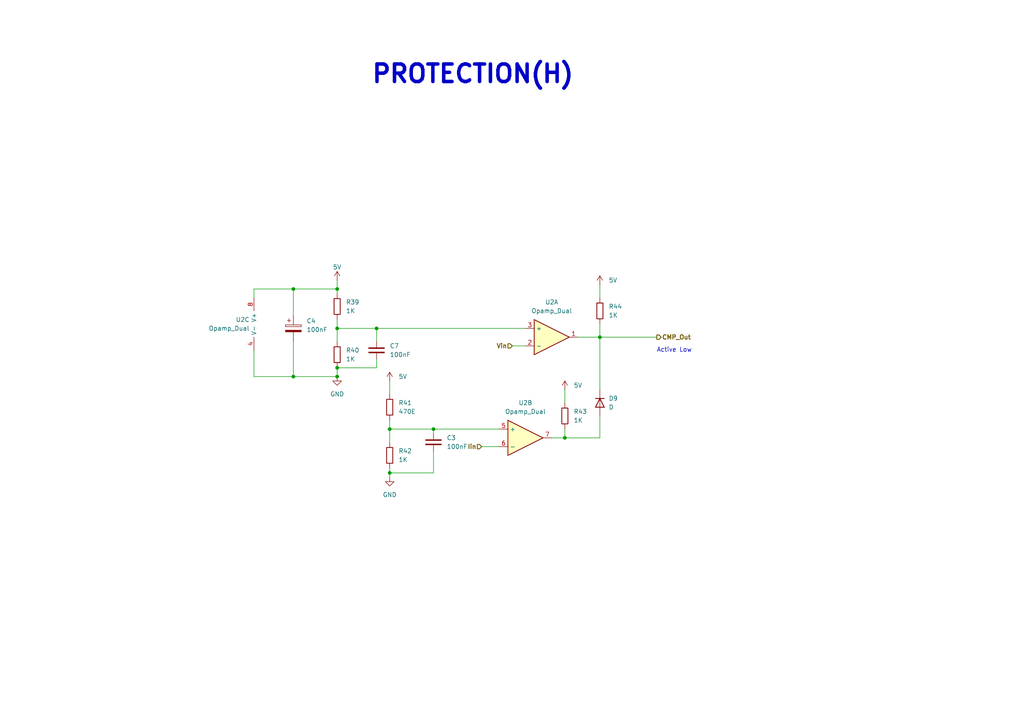
<source format=kicad_sch>
(kicad_sch (version 20231120) (generator "eeschema") (generator_version "8.0")
  (paper "A4")
  (lib_symbols
    (symbol "Device:D" (pin_numbers hide) (pin_names (offset 1.016) hide)
      (property "Reference" "D" (at 0 2.54 0))
      (property "Value" "D" (at 0 -2.54 0))
      (symbol "D_0_1"
        (polyline (pts (xy -1.27 1.27) (xy -1.27 -1.27)) (stroke (width 0.254)))
        (polyline (pts (xy 1.27 0) (xy -1.27 0)))
        (polyline (pts (xy 1.27 1.27) (xy 1.27 -1.27) (xy -1.27 0) (xy 1.27 1.27)) (stroke (width 0.254)))
      )
      (symbol "D_1_1"
        (pin passive line (at -3.81 0 0) (length 2.54) (name "K") (number "1"))
        (pin passive line (at 3.81 0 180) (length 2.54) (name "A") (number "2"))
      )
    )
    (symbol "Device:Opamp_Dual"
      (property "Reference" "U" (at 0 5.08 0))
      (property "Value" "Opamp_Dual" (at 0 -5.08 0))
      (symbol "Opamp_Dual_1_1"
        (polyline (pts (xy -5.08 5.08) (xy 5.08 0) (xy -5.08 -5.08) (xy -5.08 5.08)) (stroke (width 0.254)) (fill (type background)))
        (pin output line (at 7.62 0 180) (length 2.54) (name "~") (number "1"))
        (pin input line (at -7.62 -2.54 0) (length 2.54) (name "-") (number "2"))
        (pin input line (at -7.62 2.54 0) (length 2.54) (name "+") (number "3"))
      )
      (symbol "Opamp_Dual_2_1"
        (polyline (pts (xy -5.08 5.08) (xy 5.08 0) (xy -5.08 -5.08) (xy -5.08 5.08)) (stroke (width 0.254)) (fill (type background)))
        (pin input line (at -7.62 2.54 0) (length 2.54) (name "+") (number "5"))
        (pin input line (at -7.62 -2.54 0) (length 2.54) (name "-") (number "6"))
        (pin output line (at 7.62 0 180) (length 2.54) (name "~") (number "7"))
      )
      (symbol "Opamp_Dual_3_1"
        (pin power_in line (at -2.54 -7.62 90) (length 3.81) (name "V-") (number "4"))
        (pin power_in line (at -2.54 7.62 270) (length 3.81) (name "V+") (number "8"))
      )
    )
    (symbol "PCM_Capacitor_AKL:CP_Generic" (pin_numbers hide) (pin_names (offset 0.254))
      (property "Reference" "C" (at 0.635 2.54 0))
      (property "Value" "CP_Generic" (at 0.635 -2.54 0))
      (symbol "CP_Generic_0_1"
        (rectangle (start -2.286 0.508) (end 2.286 1.016))
        (polyline (pts (xy -1.778 2.286) (xy -0.762 2.286)))
        (polyline (pts (xy -1.27 2.794) (xy -1.27 1.778)))
        (rectangle (start 2.286 -0.508) (end -2.286 -1.016) (fill (type outline)))
      )
      (symbol "CP_Generic_1_1"
        (pin passive line (at 0 3.81 270) (length 2.794) (name "~") (number "1"))
        (pin passive line (at 0 -3.81 90) (length 2.794) (name "~") (number "2"))
      )
    )
    (symbol "PCM_SL_Devices:Capacitor_NP"
      (property "Reference" "C" (at 0 6.35 0))
      (property "Value" "Capacitor_NP" (at 0 3.81 0))
      (symbol "Capacitor_NP_0_1"
        (rectangle (start -0.762 2.286) (end -0.508 -2.286) (fill (type outline)))
        (rectangle (start 0.508 2.286) (end 0.762 -2.286) (fill (type outline)))
      )
      (symbol "Capacitor_NP_1_1"
        (pin passive line (at -2.54 0 0) (length 2) (name "~") (number "1"))
        (pin input line (at 2.54 0 180) (length 2) (name "~") (number "2"))
      )
    )
    (symbol "PCM_SL_Resistors:Resistor"
      (property "Reference" "R" (at 0 5.08 0))
      (property "Value" "Resistor" (at 0 2.54 0))
      (symbol "Resistor_0_1"
        (rectangle (start -2.286 0.889) (end 2.286 -0.889) (stroke (width 0.24)))
      )
      (symbol "Resistor_1_1"
        (pin passive line (at -3.81 0 0) (length 1.5) (name "") (number "1"))
        (pin passive line (at 3.81 0 180) (length 1.5) (name "~") (number "2"))
      )
    )
    (symbol "power:GND" (power) (pin_numbers hide) (pin_names (offset 0) hide)
      (property "Value" "GND" (at 0 -3.81 0))
      (symbol "GND_0_1"
        (polyline (pts (xy 0 0) (xy 0 -1.27) (xy 1.27 -1.27) (xy 0 -2.54) (xy -1.27 -1.27) (xy 0 -1.27)))
      )
      (symbol "GND_1_1"
        (pin power_in line (at 0 0 270) (length 0) (name "~") (number "1"))
      )
    )
    (symbol "power:VCC" (power) (pin_numbers hide) (pin_names (offset 0) hide)
      (property "Value" "VCC" (at 0 3.556 0))
      (symbol "VCC_0_1"
        (polyline (pts (xy -0.762 1.27) (xy 0 2.54)))
        (polyline (pts (xy 0 0) (xy 0 2.54)))
        (polyline (pts (xy 0 2.54) (xy 0.762 1.27)))
      )
      (symbol "VCC_1_1"
        (pin power_in line (at 0 0 90) (length 0) (name "~") (number "1"))
      )
    )
  )
  (junction (at 163.83 127))
  (junction (at 85.09 109.22))
  (junction (at 85.09 83.82))
  (junction (at 113.03 124.46))
  (junction (at 97.79 106.68))
  (junction (at 97.79 95.25))
  (junction (at 113.03 137.16))
  (junction (at 173.99 97.79))
  (junction (at 125.73 124.46))
  (junction (at 109.22 95.25))
  (junction (at 97.79 83.82))
  (junction (at 97.79 109.22))
  (wire (pts (xy 163.83 113.03) (xy 163.83 116.84)))
  (wire (pts (xy 125.73 124.46) (xy 125.73 125.73)))
  (wire (pts (xy 97.79 81.28) (xy 97.79 83.82)))
  (wire (pts (xy 85.09 99.06) (xy 85.09 109.22)))
  (wire (pts (xy 173.99 120.65) (xy 173.99 127)))
  (wire (pts (xy 85.09 109.22) (xy 97.79 109.22)))
  (wire (pts (xy 73.66 109.22) (xy 85.09 109.22)))
  (wire (pts (xy 139.7 129.54) (xy 144.78 129.54)))
  (wire (pts (xy 148.59 100.33) (xy 152.4 100.33)))
  (wire (pts (xy 97.79 83.82) (xy 97.79 85.09)))
  (wire (pts (xy 109.22 95.25) (xy 109.22 99.06)))
  (wire (pts (xy 73.66 83.82) (xy 85.09 83.82)))
  (wire (pts (xy 97.79 92.71) (xy 97.79 95.25)))
  (wire (pts (xy 163.83 124.46) (xy 163.83 127)))
  (wire (pts (xy 173.99 93.98) (xy 173.99 97.79)))
  (wire (pts (xy 173.99 97.79) (xy 190.5 97.79)))
  (wire (pts (xy 113.03 121.92) (xy 113.03 124.46)))
  (wire (pts (xy 173.99 113.03) (xy 173.99 97.79)))
  (wire (pts (xy 113.03 137.16) (xy 113.03 138.43)))
  (wire (pts (xy 125.73 130.81) (xy 125.73 137.16)))
  (wire (pts (xy 160.02 127) (xy 163.83 127)))
  (wire (pts (xy 113.03 135.89) (xy 113.03 137.16)))
  (wire (pts (xy 113.03 110.49) (xy 113.03 114.3)))
  (wire (pts (xy 125.73 124.46) (xy 144.78 124.46)))
  (wire (pts (xy 109.22 106.68) (xy 97.79 106.68)))
  (wire (pts (xy 125.73 137.16) (xy 113.03 137.16)))
  (wire (pts (xy 97.79 95.25) (xy 109.22 95.25)))
  (wire (pts (xy 97.79 95.25) (xy 97.79 99.06)))
  (wire (pts (xy 109.22 104.14) (xy 109.22 106.68)))
  (wire (pts (xy 85.09 83.82) (xy 97.79 83.82)))
  (wire (pts (xy 113.03 124.46) (xy 125.73 124.46)))
  (wire (pts (xy 163.83 127) (xy 173.99 127)))
  (wire (pts (xy 97.79 106.68) (xy 97.79 109.22)))
  (wire (pts (xy 85.09 83.82) (xy 85.09 91.44)))
  (wire (pts (xy 173.99 97.79) (xy 167.64 97.79)))
  (wire (pts (xy 109.22 95.25) (xy 152.4 95.25)))
  (wire (pts (xy 73.66 101.6) (xy 73.66 109.22)))
  (wire (pts (xy 173.99 82.55) (xy 173.99 86.36)))
  (wire (pts (xy 113.03 124.46) (xy 113.03 128.27)))
  (wire (pts (xy 73.66 83.82) (xy 73.66 86.36)))
  (text "Active Low\n" (at 195.58 101.6 0) (effects (font (size 1.27 1.27))))
  (text "PROTECTION(H)\n" (at 137.16 21.59 0) (effects (font (size 5.08 5.08) (thickness 1.016) (bold yes))))
  (hierarchical_label "CMP_Out" (shape output) (at 190.5 97.79 0) (effects (font (bold yes))))
  (hierarchical_label "Iin" (shape input) (at 139.7 129.54 180) (effects (font (bold yes))))
  (hierarchical_label "Vin" (shape input) (at 148.59 100.33 180) (effects (font (bold yes))))
  (symbol (lib_id "PCM_SL_Devices:Capacitor_NP") (at 109.22 101.6 270) (unit 1)
    (property "Reference" "C7" (at 113.03 100.3299 90) (effects (justify left)))
    (property "Value" "100nF" (at 113.03 102.8699 90) (effects (justify left)))
    (property "Footprint" "Capacitor_SMD:C_0805_2012Metric_Pad1.18x1.45mm_HandSolder" (effects (hide yes)))
    (property "Description" "Unpolarized Capacitor" (effects (hide yes)))
  )
  (symbol (lib_id "Device:Opamp_Dual") (at 160.02 97.79 0) (unit 1)
    (property "Reference" "U2" (at 160.02 87.63 0))
    (property "Value" "Opamp_Dual" (at 160.02 90.17 0))
    (property "Footprint" "PCM_Package_DIP_AKL:DIP-8_W7.62mm" (effects (hide yes)))
    (property "Description" "Dual operational amplifier" (effects (hide yes)))
    (property "Sim.Library" "${KICAD7_SYMBOL_DIR}/Simulation_SPICE.sp" (effects (hide yes)))
    (property "Sim.Name" "kicad_builtin_opamp_dual" (effects (hide yes)))
    (property "Sim.Device" "SUBCKT" (effects (hide yes)))
    (property "Sim.Pins" "1=out1 2=in1- 3=in1+ 4=vee 5=in2+ 6=in2- 7=out2 8=vcc" (effects (hide yes)))
  )
  (symbol (lib_id "power:VCC") (at 97.79 81.28 0) (unit 1)
    (property "Reference" "#PWR017" (effects (hide yes)))
    (property "Value" "5V" (at 96.52 77.47 0) (effects (justify left)))
    (property "Description" "Power symbol creates a global label with name \"VCC\"" (effects (hide yes)))
  )
  (symbol (lib_id "PCM_Capacitor_AKL:CP_Generic") (at 85.09 95.25 0) (unit 1)
    (property "Reference" "C4" (at 88.9 93.0909 0) (effects (justify left)))
    (property "Value" "100nF" (at 88.9 95.6309 0) (effects (justify left)))
    (property "Footprint" "Capacitor_SMD:C_0805_2012Metric_Pad1.18x1.45mm_HandSolder" (effects (hide yes)))
    (property "Description" "Polarized capacitor, Generic European Symbol, Alternate KiCad Library" (effects (hide yes)))
  )
  (symbol (lib_id "PCM_SL_Resistors:Resistor") (at 113.03 118.11 90) (unit 1)
    (property "Reference" "R41" (at 115.57 116.8399 90) (effects (justify right)))
    (property "Value" "470E" (at 115.57 119.3799 90) (effects (justify right)))
    (property "Footprint" "Resistor_SMD:R_0805_2012Metric_Pad1.20x1.40mm_HandSolder" (effects (hide yes)))
    (property "Description" "1/4W Resistor" (effects (hide yes)))
  )
  (symbol (lib_id "power:VCC") (at 173.99 82.55 0) (unit 1)
    (property "Reference" "#PWR022" (effects (hide yes)))
    (property "Value" "5V" (at 176.53 81.2799 0) (effects (justify left)))
    (property "Description" "Power symbol creates a global label with name \"VCC\"" (effects (hide yes)))
  )
  (symbol (lib_id "PCM_SL_Devices:Capacitor_NP") (at 125.73 128.27 90) (unit 1)
    (property "Reference" "C3" (at 129.54 126.9999 90) (effects (justify right)))
    (property "Value" "100nF" (at 129.54 129.5399 90) (effects (justify right)))
    (property "Footprint" "Capacitor_SMD:C_0805_2012Metric_Pad1.18x1.45mm_HandSolder" (effects (hide yes)))
    (property "Description" "Unpolarized Capacitor" (effects (hide yes)))
  )
  (symbol (lib_id "PCM_SL_Resistors:Resistor") (at 97.79 102.87 90) (unit 1)
    (property "Reference" "R40" (at 100.33 101.5999 90) (effects (justify right)))
    (property "Value" "1K" (at 100.33 104.1399 90) (effects (justify right)))
    (property "Footprint" "Resistor_SMD:R_0805_2012Metric_Pad1.20x1.40mm_HandSolder" (effects (hide yes)))
    (property "Description" "1/4W Resistor" (effects (hide yes)))
  )
  (symbol (lib_id "PCM_SL_Resistors:Resistor") (at 173.99 90.17 90) (unit 1)
    (property "Reference" "R44" (at 176.53 88.8999 90) (effects (justify right)))
    (property "Value" "1K" (at 176.53 91.4399 90) (effects (justify right)))
    (property "Footprint" "Resistor_SMD:R_0805_2012Metric_Pad1.20x1.40mm_HandSolder" (effects (hide yes)))
    (property "Description" "1/4W Resistor" (effects (hide yes)))
  )
  (symbol (lib_id "power:GND") (at 113.03 138.43 0) (unit 1)
    (property "Reference" "#PWR020" (effects (hide yes)))
    (property "Value" "GND" (at 113.03 143.51 0))
    (property "Description" "Power symbol creates a global label with name \"GND\" , ground" (effects (hide yes)))
  )
  (symbol (lib_id "PCM_SL_Resistors:Resistor") (at 163.83 120.65 90) (unit 1)
    (property "Reference" "R43" (at 166.37 119.3799 90) (effects (justify right)))
    (property "Value" "1K" (at 166.37 121.9199 90) (effects (justify right)))
    (property "Footprint" "Resistor_SMD:R_0805_2012Metric_Pad1.20x1.40mm_HandSolder" (effects (hide yes)))
    (property "Description" "1/4W Resistor" (effects (hide yes)))
  )
  (symbol (lib_id "PCM_SL_Resistors:Resistor") (at 97.79 88.9 90) (unit 1)
    (property "Reference" "R39" (at 100.33 87.6299 90) (effects (justify right)))
    (property "Value" "1K" (at 100.33 90.1699 90) (effects (justify right)))
    (property "Footprint" "Resistor_SMD:R_0805_2012Metric_Pad1.20x1.40mm_HandSolder" (effects (hide yes)))
    (property "Description" "1/4W Resistor" (effects (hide yes)))
  )
  (symbol (lib_id "power:VCC") (at 113.03 110.49 0) (unit 1)
    (property "Reference" "#PWR019" (effects (hide yes)))
    (property "Value" "5V" (at 115.57 109.2199 0) (effects (justify left)))
    (property "Description" "Power symbol creates a global label with name \"VCC\"" (effects (hide yes)))
  )
  (symbol (lib_id "power:VCC") (at 163.83 113.03 0) (unit 1)
    (property "Reference" "#PWR021" (effects (hide yes)))
    (property "Value" "5V" (at 166.37 111.7599 0) (effects (justify left)))
    (property "Description" "Power symbol creates a global label with name \"VCC\"" (effects (hide yes)))
  )
  (symbol (lib_id "power:GND") (at 97.79 109.22 0) (unit 1)
    (property "Reference" "#PWR018" (effects (hide yes)))
    (property "Value" "GND" (at 97.79 114.3 0))
    (property "Description" "Power symbol creates a global label with name \"GND\" , ground" (effects (hide yes)))
  )
  (symbol (lib_id "Device:Opamp_Dual") (at 71.12 93.98 0) (mirror y) (unit 3)
    (property "Reference" "U2" (at 72.39 92.7099 0) (effects (justify left)))
    (property "Value" "Opamp_Dual" (at 72.39 95.2499 0) (effects (justify left)))
    (property "Footprint" "PCM_Package_DIP_AKL:DIP-8_W7.62mm" (effects (hide yes)))
    (property "Description" "Dual operational amplifier" (effects (hide yes)))
    (property "Sim.Library" "${KICAD7_SYMBOL_DIR}/Simulation_SPICE.sp" (effects (hide yes)))
    (property "Sim.Name" "kicad_builtin_opamp_dual" (effects (hide yes)))
    (property "Sim.Device" "SUBCKT" (effects (hide yes)))
    (property "Sim.Pins" "1=out1 2=in1- 3=in1+ 4=vee 5=in2+ 6=in2- 7=out2 8=vcc" (effects (hide yes)))
  )
  (symbol (lib_id "PCM_SL_Resistors:Resistor") (at 113.03 132.08 90) (unit 1)
    (property "Reference" "R42" (at 115.57 130.8099 90) (effects (justify right)))
    (property "Value" "1K" (at 115.57 133.3499 90) (effects (justify right)))
    (property "Footprint" "Resistor_THT:R_Axial_DIN0207_L6.3mm_D2.5mm_P10.16mm_Horizontal" (effects (hide yes)))
    (property "Description" "1/4W Resistor" (effects (hide yes)))
  )
  (symbol (lib_id "Device:Opamp_Dual") (at 152.4 127 0) (unit 2)
    (property "Reference" "U2" (at 152.4 116.84 0))
    (property "Value" "Opamp_Dual" (at 152.4 119.38 0))
    (property "Footprint" "PCM_Package_DIP_AKL:DIP-8_W7.62mm" (effects (hide yes)))
    (property "Description" "Dual operational amplifier" (effects (hide yes)))
    (property "Sim.Library" "${KICAD7_SYMBOL_DIR}/Simulation_SPICE.sp" (effects (hide yes)))
    (property "Sim.Name" "kicad_builtin_opamp_dual" (effects (hide yes)))
    (property "Sim.Device" "SUBCKT" (effects (hide yes)))
    (property "Sim.Pins" "1=out1 2=in1- 3=in1+ 4=vee 5=in2+ 6=in2- 7=out2 8=vcc" (effects (hide yes)))
  )
  (symbol (lib_id "Device:D") (at 173.99 116.84 270) (unit 1)
    (property "Reference" "D9" (at 176.53 115.5699 90) (effects (justify left)))
    (property "Value" "D" (at 176.53 118.1099 90) (effects (justify left)))
    (property "Footprint" "Diode_THT:D_A-405_P7.62mm_Horizontal" (effects (hide yes)))
    (property "Description" "Diode" (effects (hide yes)))
    (property "Sim.Device" "D" (effects (hide yes)))
    (property "Sim.Pins" "1=K 2=A" (effects (hide yes)))
  )
)
</source>
